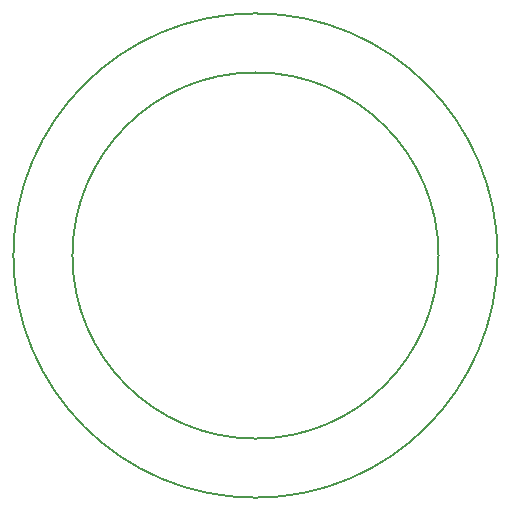
<source format=gbr>
G04 #@! TF.GenerationSoftware,KiCad,Pcbnew,(5.0-dev-4115-gdd04bcb)*
G04 #@! TF.CreationDate,2018-03-29T14:18:24-07:00*
G04 #@! TF.ProjectId,PCB-Condenser-Microphone-Clamp,5043422D436F6E64656E7365722D4D69,1*
G04 #@! TF.SameCoordinates,Original*
G04 #@! TF.FileFunction,Profile,NP*
%FSLAX46Y46*%
G04 Gerber Fmt 4.6, Leading zero omitted, Abs format (unit mm)*
G04 Created by KiCad (PCBNEW (5.0-dev-4115-gdd04bcb)) date Thursday, March 29, 2018 at 02:18:24 PM*
%MOMM*%
%LPD*%
G01*
G04 APERTURE LIST*
%ADD10C,0.200000*%
G04 APERTURE END LIST*
D10*
X198000000Y-101000000D02*
G75*
G03X198000000Y-101000000I-20500000J0D01*
G01*
X193000000Y-101000000D02*
G75*
G03X193000000Y-101000000I-15500000J0D01*
G01*
M02*

</source>
